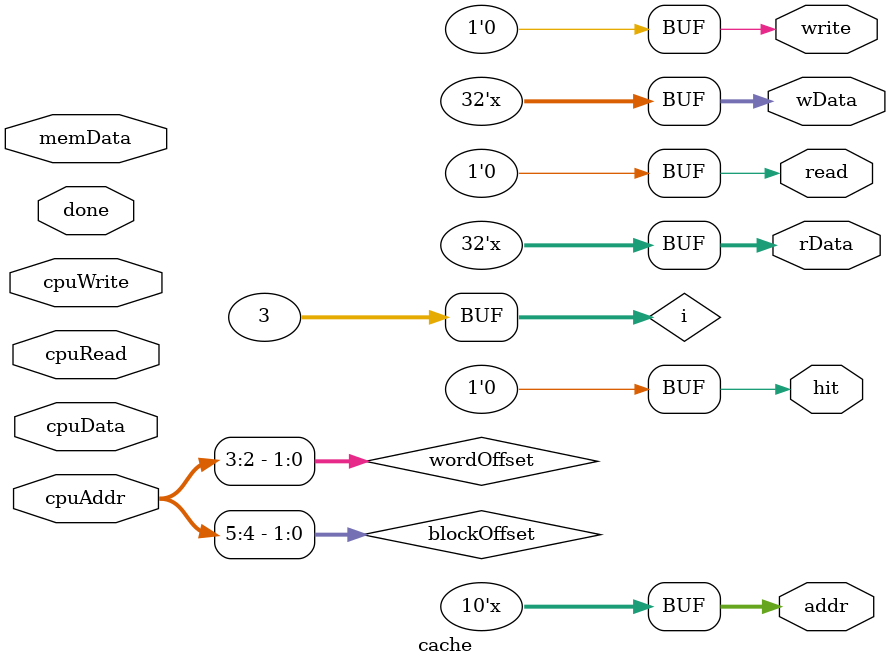
<source format=v>
module cache
(
  input cpuRead,
  input cpuWrite,
  input [9:0] cpuAddr,
  input [31:0] cpuData,
  input [31:0] memData,
  input done,
  
  output reg hit,
  output reg read,
  output reg write,
  output reg [31:0] rData,
  output reg [9:0] addr,
  output reg [31:0] wData
);

reg valid [3:0];
reg dirty [3:0];
reg [3:0] tag [3:0];
reg [31:0] block0 [3:0];
reg [31:0] block1 [3:0];
reg [31:0] block2 [3:0];
reg [31:0] block3 [3:0];

wire [1:0] blockOffset;
wire [1:0] wordOffset;
assign blockOffset = cpuAddr[5:4];
assign wordOffset = cpuAddr[3:2];

integer i;
initial
begin
for(i=0;i<3;i=i+1)
begin
  dirty[i] = 1'b0;valid[i] = 1'b0;tag[i] = 4'b0;block0[i] = 32'b0;block1[i] = 32'b0;block2[i] = 32'b0; block3[i] = 32'b0;
end
  hit = 1'b0;
  read = 1'b0;
  write = 1'b0;
  addr = 'bz;
  rData = 'bz;
  wData = 'bz;
end



endmodule

</source>
